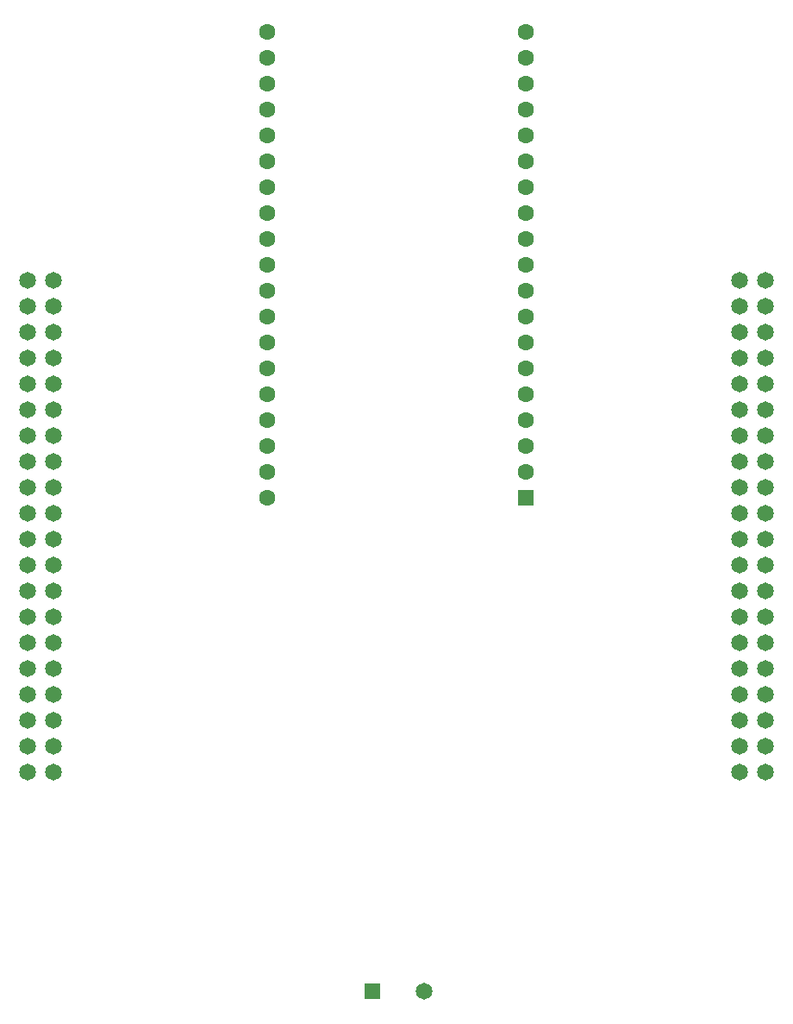
<source format=gbr>
%TF.GenerationSoftware,KiCad,Pcbnew,(5.1.9)-1*%
%TF.CreationDate,2021-12-22T11:22:17-05:00*%
%TF.ProjectId,ESP backpack,45535020-6261-4636-9b70-61636b2e6b69,rev?*%
%TF.SameCoordinates,Original*%
%TF.FileFunction,Soldermask,Bot*%
%TF.FilePolarity,Negative*%
%FSLAX46Y46*%
G04 Gerber Fmt 4.6, Leading zero omitted, Abs format (unit mm)*
G04 Created by KiCad (PCBNEW (5.1.9)-1) date 2021-12-22 11:22:17*
%MOMM*%
%LPD*%
G01*
G04 APERTURE LIST*
%ADD10C,1.650000*%
%ADD11R,1.650000X1.650000*%
%ADD12R,1.560000X1.560000*%
%ADD13C,1.600000*%
%ADD14C,1.651000*%
G04 APERTURE END LIST*
D10*
%TO.C,5VDC_IN1*%
X52679600Y-95656400D03*
D11*
X47599600Y-95656400D03*
%TD*%
D12*
%TO.C,U1*%
X62700000Y-47260000D03*
D13*
X62700000Y-44720000D03*
X62700000Y-1540000D03*
X62700000Y-42180000D03*
X62700000Y-39640000D03*
X62700000Y-37100000D03*
X62700000Y-34560000D03*
X62700000Y-32020000D03*
X62700000Y-29480000D03*
X62700000Y-26940000D03*
X62700000Y-24400000D03*
X62700000Y-21860000D03*
X62700000Y-19320000D03*
X62700000Y-16780000D03*
X62700000Y-14240000D03*
X62700000Y-11700000D03*
X62700000Y-9160000D03*
X62700000Y-6620000D03*
X62700000Y-4080000D03*
X37300000Y-47260000D03*
X37300000Y-44720000D03*
X37300000Y-42180000D03*
X37300000Y-39640000D03*
X37300000Y-37100000D03*
X37300000Y-34560000D03*
X37300000Y-32020000D03*
X37300000Y-29480000D03*
X37300000Y-26940000D03*
X37300000Y-24400000D03*
X37300000Y-21860000D03*
X37300000Y-19320000D03*
X37300000Y-16780000D03*
X37300000Y-14240000D03*
X37300000Y-11700000D03*
X37300000Y-9160000D03*
X37300000Y-6620000D03*
X37300000Y-4080000D03*
X37300000Y-1540000D03*
%TD*%
D14*
%TO.C,J1*%
X16270000Y-74130000D03*
X13730000Y-74130000D03*
X16270000Y-71590000D03*
X13730000Y-71590000D03*
X16270000Y-69050000D03*
X13730000Y-69050000D03*
X16270000Y-66510000D03*
X13730000Y-66510000D03*
X16270000Y-63970000D03*
X13730000Y-63970000D03*
X16270000Y-61430000D03*
X13730000Y-61430000D03*
X16270000Y-58890000D03*
X13730000Y-58890000D03*
X16270000Y-56350000D03*
X13730000Y-56350000D03*
X16270000Y-53810000D03*
X13730000Y-53810000D03*
X16270000Y-51270000D03*
X13730000Y-51270000D03*
X16270000Y-48730000D03*
X13730000Y-48730000D03*
X16270000Y-46190000D03*
X13730000Y-46190000D03*
X16270000Y-43650000D03*
X13730000Y-43650000D03*
X16270000Y-41110000D03*
X13730000Y-41110000D03*
X16270000Y-38570000D03*
X13730000Y-38570000D03*
X16270000Y-36030000D03*
X13730000Y-36030000D03*
X16270000Y-33490000D03*
X13730000Y-33490000D03*
X16270000Y-30950000D03*
X13730000Y-30950000D03*
X16270000Y-28410000D03*
X13730000Y-28410000D03*
X16270000Y-25870000D03*
X13730000Y-25870000D03*
%TD*%
%TO.C,J2*%
X83730000Y-25870000D03*
X86270000Y-25870000D03*
X83730000Y-28410000D03*
X86270000Y-28410000D03*
X83730000Y-30950000D03*
X86270000Y-30950000D03*
X83730000Y-33490000D03*
X86270000Y-33490000D03*
X83730000Y-36030000D03*
X86270000Y-36030000D03*
X83730000Y-38570000D03*
X86270000Y-38570000D03*
X83730000Y-41110000D03*
X86270000Y-41110000D03*
X83730000Y-43650000D03*
X86270000Y-43650000D03*
X83730000Y-46190000D03*
X86270000Y-46190000D03*
X83730000Y-48730000D03*
X86270000Y-48730000D03*
X83730000Y-51270000D03*
X86270000Y-51270000D03*
X83730000Y-53810000D03*
X86270000Y-53810000D03*
X83730000Y-56350000D03*
X86270000Y-56350000D03*
X83730000Y-58890000D03*
X86270000Y-58890000D03*
X83730000Y-61430000D03*
X86270000Y-61430000D03*
X83730000Y-63970000D03*
X86270000Y-63970000D03*
X83730000Y-66510000D03*
X86270000Y-66510000D03*
X83730000Y-69050000D03*
X86270000Y-69050000D03*
X83730000Y-71590000D03*
X86270000Y-71590000D03*
X83730000Y-74130000D03*
X86270000Y-74130000D03*
%TD*%
M02*

</source>
